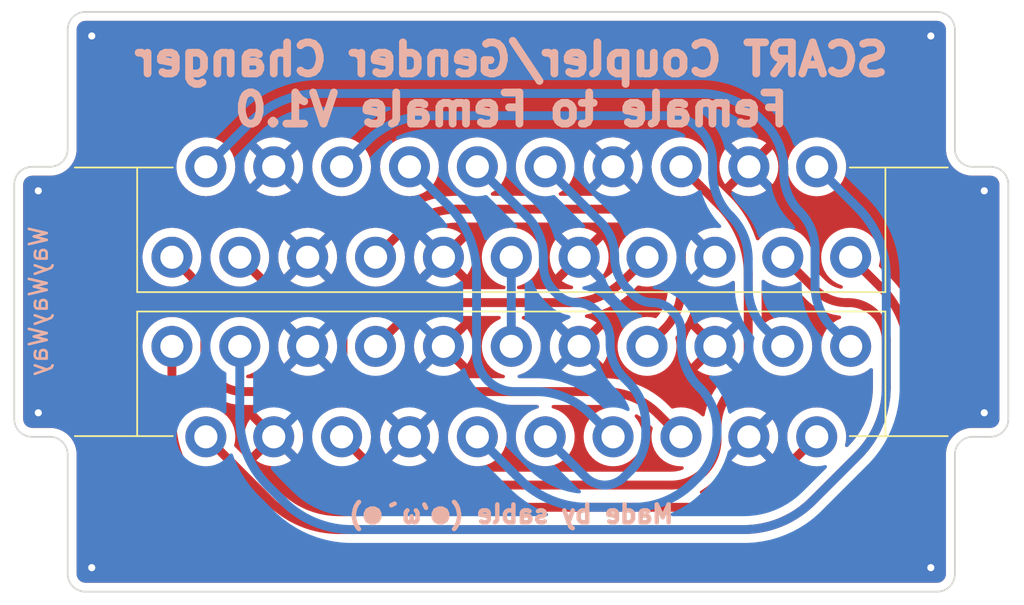
<source format=kicad_pcb>
(kicad_pcb (version 20221018) (generator pcbnew)
  (layers (0 "F.Cu" signal) (31 "B.Cu" signal) (34 "B.Paste" user) (35 "F.Paste" user) (36 "B.SilkS" user "B.Silkscreen") (37 "F.SilkS" user "F.Silkscreen") (38 "B.Mask" user) (39 "F.Mask" user) (44 "Edge.Cuts" user))
  (net 0 "")
  (net 1 "Right Out")
  (net 2 "Right In")
  (net 3 "Left Out")
  (net 4 "Left In")
  (net 5 "Blue")
  (net 6 "Status")
  (net 7 "Clock")
  (net 8 "Green")
  (net 9 "Data")
  (net 10 "Red")
  (net 11 "Blanking")
  (net 12 "Composite Out")
  (net 13 "Composite In")
  (net 14 "Shield")
  (net 15 "GND")
  (footprint "Connector_AV:KYCON_SCART_K-SCARTX-022_Horizontal" (layer "F.Cu") (at 111.45 64.16)
    (fp_text reference "J1" hide)
    (fp_text value "SCART-F")
    (fp_line (start -21 4.5) (end -21 -2.5) (stroke (width 0.1)) (layer "F.SilkS"))
    (fp_line (start -19 -2.5) (end -24.5 -2.5) (stroke (width 0.1)) (layer "F.SilkS"))
    (fp_line (start 19 -2.5) (end 24.5 -2.5) (stroke (width 0.1)) (layer "F.SilkS"))
    (fp_line (start 21 -2.5) (end 21 4.5) (stroke (width 0.1)) (layer "F.SilkS"))
    (fp_line (start 21 4.5) (end -21 4.5) (stroke (width 0.1)) (layer "F.SilkS"))
    (pad "1" thru_hole circle (at -19.05 2.54) (size 2.3 2.3) (drill 1.3) (layers "*.Cu" "*.Mask") (net 1 "Right Out"))
    (pad "2" thru_hole circle (at -17.145 -2.54) (size 2.3 2.3) (drill 1.3) (layers "*.Cu" "*.Mask") (net 2 "Right In"))
    (pad "3" thru_hole circle (at -15.24 2.54) (size 2.3 2.3) (drill 1.3) (layers "*.Cu" "*.Mask") (net 3 "Left Out"))
    (pad "4" thru_hole circle (at -13.335 -2.54) (size 2.3 2.3) (drill 1.3) (layers "*.Cu" "*.Mask") (net 15 "GND"))
    (pad "5" thru_hole circle (at -11.43 2.54) (size 2.3 2.3) (drill 1.3) (layers "*.Cu" "*.Mask") (net 15 "GND"))
    (pad "6" thru_hole circle (at -9.525 -2.54) (size 2.3 2.3) (drill 1.3) (layers "*.Cu" "*.Mask") (net 4 "Left In"))
    (pad "7" thru_hole circle (at -7.62 2.54) (size 2.3 2.3) (drill 1.3) (layers "*.Cu" "*.Mask") (net 5 "Blue"))
    (pad "8" thru_hole circle (at -5.715 -2.54) (size 2.3 2.3) (drill 1.3) (layers "*.Cu" "*.Mask") (net 6 "Status"))
    (pad "9" thru_hole circle (at -3.81 2.54) (size 2.3 2.3) (drill 1.3) (layers "*.Cu" "*.Mask") (net 15 "GND"))
    (pad "10" thru_hole circle (at -1.905 -2.54) (size 2.3 2.3) (drill 1.3) (layers "*.Cu" "*.Mask") (net 7 "Clock"))
    (pad "11" thru_hole circle (at 0 2.54) (size 2.3 2.3) (drill 1.3) (layers "*.Cu" "*.Mask") (net 8 "Green"))
    (pad "12" thru_hole circle (at 1.905 -2.54) (size 2.3 2.3) (drill 1.3) (layers "*.Cu" "*.Mask") (net 9 "Data"))
    (pad "13" thru_hole circle (at 3.81 2.54) (size 2.3 2.3) (drill 1.3) (layers "*.Cu" "*.Mask") (net 15 "GND"))
    (pad "14" thru_hole circle (at 5.715 -2.54) (size 2.3 2.3) (drill 1.3) (layers "*.Cu" "*.Mask") (net 15 "GND"))
    (pad "15" thru_hole circle (at 7.62 2.54) (size 2.3 2.3) (drill 1.3) (layers "*.Cu" "*.Mask") (net 10 "Red"))
    (pad "16" thru_hole circle (at 9.525 -2.54) (size 2.3 2.3) (drill 1.3) (layers "*.Cu" "*.Mask") (net 11 "Blanking"))
    (pad "17" thru_hole circle (at 11.43 2.54) (size 2.3 2.3) (drill 1.3) (layers "*.Cu" "*.Mask") (net 15 "GND"))
    (pad "18" thru_hole circle (at 13.335 -2.54) (size 2.3 2.3) (drill 1.3) (layers "*.Cu" "*.Mask") (net 15 "GND"))
    (pad "19" thru_hole circle (at 15.24 2.54) (size 2.3 2.3) (drill 1.3) (layers "*.Cu" "*.Mask") (net 12 "Composite Out"))
    (pad "20" thru_hole circle (at 17.145 -2.54) (size 2.3 2.3) (drill 1.3) (layers "*.Cu" "*.Mask") (net 13 "Composite In"))
    (pad "21" thru_hole circle (at 19.05 2.54) (size 2.3 2.3) (drill 1.3) (layers "*.Cu" "*.Mask") (net 14 "Shield"))
  )
  (footprint "Connector_AV:KYCON_SCART_K-SCARTX-022_Horizontal" (layer "F.Cu") (at 111.45 74.25 180)
    (fp_text reference "J2" hide)
    (fp_text value "SCART-F")
    (fp_line (start -21 4.5) (end -21 -2.5) (stroke (width 0.1)) (layer "F.SilkS"))
    (fp_line (start -19 -2.5) (end -24.5 -2.5) (stroke (width 0.1)) (layer "F.SilkS"))
    (fp_line (start 19 -2.5) (end 24.5 -2.5) (stroke (width 0.1)) (layer "F.SilkS"))
    (fp_line (start 21 -2.5) (end 21 4.5) (stroke (width 0.1)) (layer "F.SilkS"))
    (fp_line (start 21 4.5) (end -21 4.5) (stroke (width 0.1)) (layer "F.SilkS"))
    (pad "1" thru_hole circle (at -19.05 2.54 180) (size 2.3 2.3) (drill 1.3) (layers "*.Cu" "*.Mask") (net 2 "Right In"))
    (pad "2" thru_hole circle (at -17.145 -2.54 180) (size 2.3 2.3) (drill 1.3) (layers "*.Cu" "*.Mask") (net 1 "Right Out"))
    (pad "3" thru_hole circle (at -15.24 2.54 180) (size 2.3 2.3) (drill 1.3) (layers "*.Cu" "*.Mask") (net 4 "Left In"))
    (pad "4" thru_hole circle (at -13.335 -2.54 180) (size 2.3 2.3) (drill 1.3) (layers "*.Cu" "*.Mask") (net 15 "GND"))
    (pad "5" thru_hole circle (at -11.43 2.54 180) (size 2.3 2.3) (drill 1.3) (layers "*.Cu" "*.Mask") (net 15 "GND"))
    (pad "6" thru_hole circle (at -9.525 -2.54 180) (size 2.3 2.3) (drill 1.3) (layers "*.Cu" "*.Mask") (net 3 "Left Out"))
    (pad "7" thru_hole circle (at -7.62 2.54 180) (size 2.3 2.3) (drill 1.3) (layers "*.Cu" "*.Mask") (net 5 "Blue"))
    (pad "8" thru_hole circle (at -5.715 -2.54 180) (size 2.3 2.3) (drill 1.3) (layers "*.Cu" "*.Mask") (net 6 "Status"))
    (pad "9" thru_hole circle (at -3.81 2.54 180) (size 2.3 2.3) (drill 1.3) (layers "*.Cu" "*.Mask") (net 15 "GND"))
    (pad "10" thru_hole circle (at -1.905 -2.54 180) (size 2.3 2.3) (drill 1.3) (layers "*.Cu" "*.Mask") (net 7 "Clock"))
    (pad "11" thru_hole circle (at 0 2.54 180) (size 2.3 2.3) (drill 1.3) (layers "*.Cu" "*.Mask") (net 8 "Green"))
    (pad "12" thru_hole circle (at 1.905 -2.54 180) (size 2.3 2.3) (drill 1.3) (layers "*.Cu" "*.Mask") (net 9 "Data"))
    (pad "13" thru_hole circle (at 3.81 2.54 180) (size 2.3 2.3) (drill 1.3) (layers "*.Cu" "*.Mask") (net 15 "GND"))
    (pad "14" thru_hole circle (at 5.715 -2.54 180) (size 2.3 2.3) (drill 1.3) (layers "*.Cu" "*.Mask") (net 15 "GND"))
    (pad "15" thru_hole circle (at 7.62 2.54 180) (size 2.3 2.3) (drill 1.3) (layers "*.Cu" "*.Mask") (net 10 "Red"))
    (pad "16" thru_hole circle (at 9.525 -2.54 180) (size 2.3 2.3) (drill 1.3) (layers "*.Cu" "*.Mask") (net 11 "Blanking"))
    (pad "17" thru_hole circle (at 11.43 2.54 180) (size 2.3 2.3) (drill 1.3) (layers "*.Cu" "*.Mask") (net 15 "GND"))
    (pad "18" thru_hole circle (at 13.335 -2.54 180) (size 2.3 2.3) (drill 1.3) (layers "*.Cu" "*.Mask") (net 15 "GND"))
    (pad "19" thru_hole circle (at 15.24 2.54 180) (size 2.3 2.3) (drill 1.3) (layers "*.Cu" "*.Mask") (net 13 "Composite In"))
    (pad "20" thru_hole circle (at 17.145 -2.54 180) (size 2.3 2.3) (drill 1.3) (layers "*.Cu" "*.Mask") (net 12 "Composite Out"))
    (pad "21" thru_hole circle (at 19.05 2.54 180) (size 2.3 2.3) (drill 1.3) (layers "*.Cu" "*.Mask") (net 14 "Shield"))
  )
  (gr_line (start 139.35 75.79) (end 139.35 62.62) (stroke (width 0.1)) (layer "Edge.Cuts"))
  (gr_arc (start 138.35 61.62) (mid 139.057107 61.912893) (end 139.35 62.62) (stroke (width 0.1)) (layer "Edge.Cuts"))
  (gr_line (start 84.55 76.79) (end 85.55 76.79) (stroke (width 0.1)) (layer "Edge.Cuts"))
  (gr_line (start 87.550001 52.92) (end 135.350001 52.92) (stroke (width 0.1)) (layer "Edge.Cuts"))
  (gr_line (start 136.35 60.62) (end 136.35 53.92) (stroke (width 0.1)) (layer "Edge.Cuts"))
  (gr_arc (start 87.55 85.49) (mid 86.842893 85.197107) (end 86.55 84.49) (stroke (width 0.1)) (layer "Edge.Cuts"))
  (gr_line (start 138.35 76.79) (end 137.35 76.79) (stroke (width 0.1)) (layer "Edge.Cuts"))
  (gr_line (start 83.55 62.62) (end 83.55 75.79) (stroke (width 0.1)) (layer "Edge.Cuts"))
  (gr_arc (start 136.35 84.49) (mid 136.057107 85.197107) (end 135.35 85.49) (stroke (width 0.1)) (layer "Edge.Cuts"))
  (gr_line (start 86.55 77.79) (end 86.55 84.49) (stroke (width 0.1)) (layer "Edge.Cuts"))
  (gr_line (start 85.55 61.62) (end 84.55 61.62) (stroke (width 0.1)) (layer "Edge.Cuts"))
  (gr_line (start 136.35 84.49) (end 136.35 77.79) (stroke (width 0.1)) (layer "Edge.Cuts"))
  (gr_arc (start 84.55 76.79) (mid 83.842893 76.497107) (end 83.55 75.79) (stroke (width 0.1)) (layer "Edge.Cuts"))
  (gr_arc (start 86.55 60.62) (mid 86.257107 61.327107) (end 85.55 61.62) (stroke (width 0.1)) (layer "Edge.Cuts"))
  (gr_arc (start 136.35 77.79) (mid 136.642893 77.082893) (end 137.35 76.79) (stroke (width 0.1)) (layer "Edge.Cuts"))
  (gr_line (start 86.55 53.92) (end 86.55 60.62) (stroke (width 0.1)) (layer "Edge.Cuts"))
  (gr_arc (start 139.35 75.79) (mid 139.057107 76.497107) (end 138.35 76.79) (stroke (width 0.1)) (layer "Edge.Cuts"))
  (gr_line (start 137.35 61.62) (end 138.35 61.62) (stroke (width 0.1)) (layer "Edge.Cuts"))
  (gr_arc (start 86.55 53.92) (mid 86.842893 53.212893) (end 87.55 52.92) (stroke (width 0.1)) (layer "Edge.Cuts"))
  (gr_arc (start 135.35 52.92) (mid 136.057107 53.212893) (end 136.35 53.92) (stroke (width 0.1)) (layer "Edge.Cuts"))
  (gr_arc (start 85.55 76.79) (mid 86.257107 77.082893) (end 86.55 77.79) (stroke (width 0.1)) (layer "Edge.Cuts"))
  (gr_arc (start 137.35 61.62) (mid 136.642893 61.327107) (end 136.35 60.62) (stroke (width 0.1)) (layer "Edge.Cuts"))
  (gr_line (start 135.35 85.49) (end 87.55 85.49) (stroke (width 0.1)) (layer "Edge.Cuts"))
  (gr_arc (start 83.55 62.62) (mid 83.842893 61.912893) (end 84.55 61.62) (stroke (width 0.1)) (layer "Edge.Cuts"))
  (gr_text "Made by sable (●'ω｀●)" (at 111.45 81.14) (layer "B.SilkS") (effects (font (size 1 1) (thickness 0.25) bold) (justify mirror)))
  (gr_text "SCART Coupler/Gender Changer\nFemale to Female V1.0" (at 111.45 57) (layer "B.SilkS") (effects (font (size 1.75 1.75) (thickness 0.4375) bold) (justify mirror)))
  (gr_text "WayWayWay" (at 85.5 64.865714 90) (layer "B.SilkS") (effects (font (size 1 1)) (justify left bottom mirror)))
  (segment (start 97.866116 74.25) (end 96.383883 74.25) (width 0.5) (layer "F.Cu") (net 1))
  (segment (start 93.325 67.625) (end 92.4 66.7) (width 0.5) (layer "F.Cu") (net 1))
  (segment (start 100 76.383883) (end 100 76.618871) (width 0.5) (layer "F.Cu") (net 1))
  (segment (start 126.228792 79.156207) (end 128.595 76.79) (width 0.5) (layer "F.Cu") (net 1))
  (segment (start 101.506129 79.243871) (end 100.791161 78.528903) (width 0.5) (layer "F.Cu") (net 1))
  (segment (start 122.381036 80.75) (end 105.142246 80.75) (width 0.5) (layer "F.Cu") (net 1))
  (segment (start 94.25 69.858147) (end 94.25 72.116116) (width 0.5) (layer "F.Cu") (net 1))
  (arc (start 94.875 73.625) (mid 95.567281 74.087567) (end 96.383883 74.25) (width 0.5) (layer "F.Cu") (net 1))
  (arc (start 100 76.618871) (mid 100.205616 77.652572) (end 100.791161 78.528903) (width 0.5) (layer "F.Cu") (net 1))
  (arc (start 101.506129 79.243871) (mid 103.174393 80.358569) (end 105.142246 80.75) (width 0.5) (layer "F.Cu") (net 1))
  (arc (start 94.25 72.116116) (mid 94.412432 72.932718) (end 94.875 73.625) (width 0.5) (layer "F.Cu") (net 1))
  (arc (start 99.375 74.875) (mid 99.837567 75.567281) (end 100 76.383883) (width 0.5) (layer "F.Cu") (net 1))
  (arc (start 93.325 67.625) (mid 94.0096 68.649576) (end 94.25 69.858147) (width 0.5) (layer "F.Cu") (net 1))
  (arc (start 126.228792 79.156207) (mid 124.463426 80.335786) (end 122.381036 80.75) (width 0.5) (layer "F.Cu") (net 1))
  (arc (start 99.375 74.875) (mid 98.682718 74.412432) (end 97.866116 74.25) (width 0.5) (layer "F.Cu") (net 1))
  (segment (start 126.75 62.012563) (end 126.75 61.75) (width 0.5) (layer "B.Cu") (net 2))
  (segment (start 129.5 70.71) (end 130.5 71.71) (width 0.5) (layer "B.Cu") (net 2))
  (segment (start 96.831207 59.093792) (end 94.305 61.62) (width 0.5) (layer "B.Cu") (net 2))
  (segment (start 100.678963 57.5) (end 122.055456 57.5) (width 0.5) (layer "B.Cu") (net 2))
  (segment (start 128.5 66.237436) (end 128.5 68.295786) (width 0.5) (layer "B.Cu") (net 2))
  (segment (start 125.375 58.875) (end 125.689339 59.189339) (width 0.5) (layer "B.Cu") (net 2))
  (arc (start 128.5 68.295786) (mid 128.759891 69.602349) (end 129.5 70.71) (width 0.5) (layer "B.Cu") (net 2))
  (arc (start 125.375 58.875) (mid 123.85198 57.85735) (end 122.055456 57.5) (width 0.5) (layer "B.Cu") (net 2))
  (arc (start 127.625 64.125) (mid 128.272594 65.094194) (end 128.5 66.237436) (width 0.5) (layer "B.Cu") (net 2))
  (arc (start 125.689339 59.189339) (mid 126.474343 60.36418) (end 126.75 61.75) (width 0.5) (layer "B.Cu") (net 2))
  (arc (start 100.678963 57.5) (mid 98.596572 57.914213) (end 96.831207 59.093792) (width 0.5) (layer "B.Cu") (net 2))
  (arc (start 126.75 62.012563) (mid 126.977405 63.155805) (end 127.625 64.125) (width 0.5) (layer "B.Cu") (net 2))
  (segment (start 98.042893 68.542893) (end 96.213535 66.713535) (width 0.5) (layer "F.Cu") (net 3))
  (segment (start 99.75 69.25) (end 99.866116 69.25) (width 0.5) (layer "F.Cu") (net 3))
  (segment (start 96.21 66.705) (end 96.21 66.7) (width 0.5) (layer "F.Cu") (net 3))
  (segment (start 116.638948 74.25) (end 103.809533 74.25) (width 0.5) (layer "F.Cu") (net 3))
  (segment (start 119.705 75.52) (end 120.975 76.79) (width 0.5) (layer "F.Cu") (net 3))
  (segment (start 102 72.440466) (end 102 71.383883) (width 0.5) (layer "F.Cu") (net 3))
  (arc (start 98.042893 68.542893) (mid 98.82612 69.066228) (end 99.75 69.25) (width 0.5) (layer "F.Cu") (net 3))
  (arc (start 102.53 73.72) (mid 103.117054 74.112257) (end 103.809533 74.25) (width 0.5) (layer "F.Cu") (net 3))
  (arc (start 96.21 66.705) (mid 96.210918 66.709619) (end 96.213535 66.713535) (width 0.5) (layer "F.Cu") (net 3))
  (arc (start 102 72.440466) (mid 102.137742 73.132944) (end 102.53 73.72) (width 0.5) (layer "F.Cu") (net 3))
  (arc (start 101.375 69.875) (mid 100.682718 69.412432) (end 99.866116 69.25) (width 0.5) (layer "F.Cu") (net 3))
  (arc (start 119.705 75.52) (mid 118.298283 74.580062) (end 116.638948 74.25) (width 0.5) (layer "F.Cu") (net 3))
  (arc (start 101.375 69.875) (mid 101.837567 70.567281) (end 102 71.383883) (width 0.5) (layer "F.Cu") (net 3))
  (segment (start 103.36 60.185) (end 101.925 61.62) (width 0.5) (layer "B.Cu") (net 4))
  (segment (start 124.75 66.789213) (end 124.75 68.398212) (width 0.5) (layer "B.Cu") (net 4))
  (segment (start 125.72 70.74) (end 126.69 71.71) (width 0.5) (layer "B.Cu") (net 4))
  (segment (start 122.75 61.960786) (end 122.75 61.31066) (width 0.5) (layer "B.Cu") (net 4))
  (segment (start 106.824396 58.75) (end 120.189339 58.75) (width 0.5) (layer "B.Cu") (net 4))
  (arc (start 122 59.5) (mid 122.555081 60.330737) (end 122.75 61.31066) (width 0.5) (layer "B.Cu") (net 4))
  (arc (start 122.75 61.960786) (mid 123.009891 63.267349) (end 123.75 64.375) (width 0.5) (layer "B.Cu") (net 4))
  (arc (start 123.75 64.375) (mid 124.490108 65.48265) (end 124.75 66.789213) (width 0.5) (layer "B.Cu") (net 4))
  (arc (start 106.824396 58.75) (mid 104.949478 59.122944) (end 103.36 60.185) (width 0.5) (layer "B.Cu") (net 4))
  (arc (start 122 59.5) (mid 121.169261 58.944918) (end 120.189339 58.75) (width 0.5) (layer "B.Cu") (net 4))
  (arc (start 124.75 68.398212) (mid 125.002094 69.665578) (end 125.72 70.74) (width 0.5) (layer "B.Cu") (net 4))
  (segment (start 120.035 70.745) (end 119.07 71.71) (width 0.5) (layer "F.Cu") (net 5))
  (segment (start 105.18 65.35) (end 103.83 66.7) (width 0.5) (layer "F.Cu") (net 5))
  (segment (start 121 66.56066) (end 121 68.415283) (width 0.5) (layer "F.Cu") (net 5))
  (segment (start 118.439339 64) (end 108.439188 64) (width 0.5) (layer "F.Cu") (net 5))
  (arc (start 108.439188 64) (mid 106.675328 64.350853) (end 105.18 65.35) (width 0.5) (layer "F.Cu") (net 5))
  (arc (start 120.25 64.75) (mid 119.419261 64.194918) (end 118.439339 64) (width 0.5) (layer "F.Cu") (net 5))
  (arc (start 120.25 64.75) (mid 120.805081 65.580737) (end 121 66.56066) (width 0.5) (layer "F.Cu") (net 5))
  (arc (start 121 68.415283) (mid 120.749204 69.676116) (end 120.035 70.745) (width 0.5) (layer "F.Cu") (net 5))
  (segment (start 115.895 75.52) (end 117.165 76.79) (width 0.5) (layer "B.Cu") (net 6))
  (segment (start 109.5 72.116116) (end 109.5 67.638963) (width 0.5) (layer "B.Cu") (net 6))
  (segment (start 111.633883 74.25) (end 112.828948 74.25) (width 0.5) (layer "B.Cu") (net 6))
  (segment (start 107.906207 63.791207) (end 105.735 61.62) (width 0.5) (layer "B.Cu") (net 6))
  (arc (start 115.895 75.52) (mid 114.488283 74.580062) (end 112.828948 74.25) (width 0.5) (layer "B.Cu") (net 6))
  (arc (start 110.125 73.625) (mid 110.817281 74.087567) (end 111.633883 74.25) (width 0.5) (layer "B.Cu") (net 6))
  (arc (start 107.906207 63.791207) (mid 109.085786 65.556572) (end 109.5 67.638963) (width 0.5) (layer "B.Cu") (net 6))
  (arc (start 109.5 72.116116) (mid 109.662432 72.932718) (end 110.125 73.625) (width 0.5) (layer "B.Cu") (net 6))
  (segment (start 116.191941 69.691941) (end 116.375 69.875) (width 0.5) (layer "B.Cu") (net 7))
  (segment (start 118 73.701371) (end 117.778302 73.479673) (width 0.5) (layer "B.Cu") (net 7))
  (segment (start 118.16387 78.66387) (end 117.774188 79.053553) (width 0.5) (layer "B.Cu") (net 7))
  (segment (start 113.25 66.6625) (end 113.25 67.116116) (width 0.5) (layer "B.Cu") (net 7))
  (segment (start 114.058058 68.808058) (end 113.875 68.625) (width 0.5) (layer "B.Cu") (net 7))
  (segment (start 112.304244 64.379244) (end 109.545 61.62) (width 0.5) (layer "B.Cu") (net 7))
  (segment (start 115.618553 79.053553) (end 113.355 76.79) (width 0.5) (layer "B.Cu") (net 7))
  (segment (start 117 71.383883) (end 117 71.600685) (width 0.5) (layer "B.Cu") (net 7))
  (segment (start 119 76.645277) (end 119 76.115584) (width 0.5) (layer "B.Cu") (net 7))
  (arc (start 114.058058 68.808058) (mid 114.547575 69.135143) (end 115.125 69.25) (width 0.5) (layer "B.Cu") (net 7))
  (arc (start 112.304244 64.379244) (mid 113.004206 65.42681) (end 113.25 66.6625) (width 0.5) (layer "B.Cu") (net 7))
  (arc (start 115.618553 79.053553) (mid 116.11306 79.383972) (end 116.696371 79.5) (width 0.5) (layer "B.Cu") (net 7))
  (arc (start 119 76.645277) (mid 118.782696 77.737731) (end 118.16387 78.66387) (width 0.5) (layer "B.Cu") (net 7))
  (arc (start 116.375 69.875) (mid 116.837567 70.567281) (end 117 71.383883) (width 0.5) (layer "B.Cu") (net 7))
  (arc (start 118 73.701371) (mid 118.740108 74.809021) (end 119 76.115584) (width 0.5) (layer "B.Cu") (net 7))
  (arc (start 117 71.600685) (mid 117.202274 72.617586) (end 117.778302 73.479673) (width 0.5) (layer "B.Cu") (net 7))
  (arc (start 113.25 67.116116) (mid 113.412432 67.932718) (end 113.875 68.625) (width 0.5) (layer "B.Cu") (net 7))
  (arc (start 117.774188 79.053553) (mid 117.279681 79.383972) (end 116.696371 79.5) (width 0.5) (layer "B.Cu") (net 7))
  (arc (start 116.191941 69.691941) (mid 115.702424 69.364856) (end 115.125 69.25) (width 0.5) (layer "B.Cu") (net 7))
  (segment (start 111.45 66.7) (end 111.45 71.71) (width 0.5) (layer "B.Cu") (net 8))
  (segment (start 116.459808 64.724808) (end 113.355 61.62) (width 0.5) (layer "B.Cu") (net 9))
  (segment (start 120.5 69.75) (end 120.441941 69.691941) (width 0.5) (layer "B.Cu") (net 9))
  (segment (start 115.758963 80.75) (end 118.305456 80.75) (width 0.5) (layer "B.Cu") (net 9))
  (segment (start 121.624999 79.374999) (end 121.939339 79.06066) (width 0.5) (layer "B.Cu") (net 9))
  (segment (start 117.25 66.6325) (end 117.25 66.689339) (width 0.5) (layer "B.Cu") (net 9))
  (segment (start 121.972271 73.972271) (end 122 74) (width 0.5) (layer "B.Cu") (net 9))
  (segment (start 111.911207 79.156207) (end 109.545 76.79) (width 0.5) (layer "B.Cu") (net 9))
  (segment (start 121 70.957106) (end 121 71.625) (width 0.5) (layer "B.Cu") (net 9))
  (segment (start 123 76.414213) (end 123 76.5) (width 0.5) (layer "B.Cu") (net 9))
  (segment (start 118 68.5) (end 118.308058 68.808058) (width 0.5) (layer "B.Cu") (net 9))
  (arc (start 121 71.625) (mid 121.252685 72.895334) (end 121.972271 73.972271) (width 0.5) (layer "B.Cu") (net 9))
  (arc (start 120.441941 69.691941) (mid 119.952424 69.364856) (end 119.375 69.25) (width 0.5) (layer "B.Cu") (net 9))
  (arc (start 117.25 66.689339) (mid 117.444918 67.669261) (end 118 68.5) (width 0.5) (layer "B.Cu") (net 9))
  (arc (start 120.5 69.75) (mid 120.870054 70.303825) (end 121 70.957106) (width 0.5) (layer "B.Cu") (net 9))
  (arc (start 118.308058 68.808058) (mid 118.797575 69.135143) (end 119.375 69.25) (width 0.5) (layer "B.Cu") (net 9))
  (arc (start 123 76.5) (mid 122.724343 77.885819) (end 121.939339 79.06066) (width 0.5) (layer "B.Cu") (net 9))
  (arc (start 111.911207 79.156207) (mid 113.676572 80.335786) (end 115.758963 80.75) (width 0.5) (layer "B.Cu") (net 9))
  (arc (start 116.459808 64.724808) (mid 117.044635 65.600064) (end 117.25 66.6325) (width 0.5) (layer "B.Cu") (net 9))
  (arc (start 121.624999 79.374999) (mid 120.10198 80.392648) (end 118.305456 80.75) (width 0.5) (layer "B.Cu") (net 9))
  (arc (start 122 74) (mid 122.740108 75.10765) (end 123 76.414213) (width 0.5) (layer "B.Cu") (net 9))
  (segment (start 117.795 67.975) (end 119.07 66.7) (width 0.5) (layer "F.Cu") (net 10))
  (segment (start 105.06 70.48) (end 103.83 71.71) (width 0.5) (layer "F.Cu") (net 10))
  (segment (start 108.029482 69.25) (end 114.716877 69.25) (width 0.5) (layer "F.Cu") (net 10))
  (arc (start 117.795 67.975) (mid 116.382745 68.918638) (end 114.716877 69.25) (width 0.5) (layer "F.Cu") (net 10))
  (arc (start 108.029482 69.25) (mid 106.42241 69.569666) (end 105.06 70.48) (width 0.5) (layer "F.Cu") (net 10))
  (segment (start 124.75 72.012563) (end 124.75 67.648963) (width 0.5) (layer "F.Cu") (net 11))
  (segment (start 103.28 78.145) (end 101.925 76.79) (width 0.5) (layer "F.Cu") (net 11))
  (segment (start 123.156207 63.801207) (end 120.975 61.62) (width 0.5) (layer "F.Cu") (net 11))
  (segment (start 123 76.237436) (end 123 76.939339) (width 0.5) (layer "F.Cu") (net 11))
  (segment (start 120.439339 79.5) (end 106.551259 79.5) (width 0.5) (layer "F.Cu") (net 11))
  (arc (start 124.75 72.012563) (mid 124.522594 73.155805) (end 123.875 74.125) (width 0.5) (layer "F.Cu") (net 11))
  (arc (start 123.875 74.125) (mid 123.227405 75.094194) (end 123 76.237436) (width 0.5) (layer "F.Cu") (net 11))
  (arc (start 123 76.939339) (mid 122.805081 77.919261) (end 122.25 78.75) (width 0.5) (layer "F.Cu") (net 11))
  (arc (start 103.28 78.145) (mid 104.780866 79.147846) (end 106.551259 79.5) (width 0.5) (layer "F.Cu") (net 11))
  (arc (start 122.25 78.75) (mid 121.419261 79.305081) (end 120.439339 79.5) (width 0.5) (layer "F.Cu") (net 11))
  (arc (start 123.156207 63.801207) (mid 124.335786 65.566572) (end 124.75 67.648963) (width 0.5) (layer "F.Cu") (net 11))
  (segment (start 101.768963 82) (end 124.496036 82) (width 0.5) (layer "F.Cu") (net 12))
  (segment (start 97.921207 80.406207) (end 94.305 76.79) (width 0.5) (layer "F.Cu") (net 12))
  (segment (start 126.695 66.7) (end 126.69 66.7) (width 0.5) (layer "F.Cu") (net 12))
  (segment (start 130.906207 77.843792) (end 128.343792 80.406207) (width 0.5) (layer "F.Cu") (net 12))
  (segment (start 132.5 73.996036) (end 132.5 71.383883) (width 0.5) (layer "F.Cu") (net 12))
  (segment (start 130.25 69.25) (end 130.366116 69.25) (width 0.5) (layer "F.Cu") (net 12))
  (segment (start 126.703535 66.703535) (end 128.542893 68.542893) (width 0.5) (layer "F.Cu") (net 12))
  (arc (start 131.875 69.875) (mid 131.182718 69.412432) (end 130.366116 69.25) (width 0.5) (layer "F.Cu") (net 12))
  (arc (start 126.703535 66.703535) (mid 126.699619 66.700918) (end 126.695 66.7) (width 0.5) (layer "F.Cu") (net 12))
  (arc (start 131.875 69.875) (mid 132.337567 70.567281) (end 132.5 71.383883) (width 0.5) (layer "F.Cu") (net 12))
  (arc (start 128.542893 68.542893) (mid 129.32612 69.066228) (end 130.25 69.25) (width 0.5) (layer "F.Cu") (net 12))
  (arc (start 97.921207 80.406207) (mid 99.686572 81.585786) (end 101.768963 82) (width 0.5) (layer "F.Cu") (net 12))
  (arc (start 132.5 73.996036) (mid 132.085786 76.078426) (end 130.906207 77.843792) (width 0.5) (layer "F.Cu") (net 12))
  (arc (start 128.343792 80.406207) (mid 126.578426 81.585786) (end 124.496036 82) (width 0.5) (layer "F.Cu") (net 12))
  (segment (start 130.906207 63.931207) (end 128.595 61.62) (width 0.5) (layer "B.Cu") (net 13))
  (segment (start 102.503963 82) (end 124.496036 82) (width 0.5) (layer "B.Cu") (net 13))
  (segment (start 98.656207 80.406207) (end 97.803792 79.553792) (width 0.5) (layer "B.Cu") (net 13))
  (segment (start 132.5 67.778963) (end 132.5 73.996036) (width 0.5) (layer "B.Cu") (net 13))
  (segment (start 96.21 75.706036) (end 96.21 71.71) (width 0.5) (layer "B.Cu") (net 13))
  (segment (start 130.906207 77.843792) (end 128.343792 80.406207) (width 0.5) (layer "B.Cu") (net 13))
  (arc (start 96.21 75.706036) (mid 96.624213 77.788426) (end 97.803792 79.553792) (width 0.5) (layer "B.Cu") (net 13))
  (arc (start 132.5 73.996036) (mid 132.085786 76.078426) (end 130.906207 77.843792) (width 0.5) (layer "B.Cu") (net 13))
  (arc (start 130.906207 63.931207) (mid 132.085786 65.696572) (end 132.5 67.778963) (width 0.5) (layer "B.Cu") (net 13))
  (arc (start 128.343792 80.406207) (mid 126.578426 81.585786) (end 124.496036 82) (width 0.5) (layer "B.Cu") (net 13))
  (arc (start 98.656207 80.406207) (mid 100.421572 81.585786) (end 102.503963 82) (width 0.5) (layer "B.Cu") (net 13))
  (segment (start 92.4 75.896036) (end 92.4 71.71) (width 0.5) (layer "F.Cu") (net 14))
  (segment (start 132.156207 78.343792) (end 128.843792 81.656207) (width 0.5) (layer "F.Cu") (net 14))
  (segment (start 132.156207 68.356207) (end 130.5 66.7) (width 0.5) (layer "F.Cu") (net 14))
  (segment (start 95.906207 81.656207) (end 93.993792 79.743792) (width 0.5) (layer "F.Cu") (net 14))
  (segment (start 133.75 74.496036) (end 133.75 72.203963) (width 0.5) (layer "F.Cu") (net 14))
  (segment (start 124.996036 83.25) (end 99.753963 83.25) (width 0.5) (layer "F.Cu") (net 14))
  (arc (start 128.843792 81.656207) (mid 127.078426 82.835786) (end 124.996036 83.25) (width 0.5) (layer "F.Cu") (net 14))
  (arc (start 132.156207 68.356207) (mid 133.335786 70.121572) (end 133.75 72.203963) (width 0.5) (layer "F.Cu") (net 14))
  (arc (start 92.4 75.896036) (mid 92.814213 77.978426) (end 93.993792 79.743792) (width 0.5) (layer "F.Cu") (net 14))
  (arc (start 133.75 74.496036) (mid 133.335786 76.578426) (end 132.156207 78.343792) (width 0.5) (layer "F.Cu") (net 14))
  (arc (start 95.906207 81.656207) (mid 97.671572 82.835786) (end 99.753963 83.25) (width 0.5) (layer "F.Cu") (net 14))
  (via (at 134.999999 84.139999) (size 0.8) (drill 0.4) (layers "F.Cu" "B.Cu") (net 15))
  (via (at 87.900001 54.27) (size 0.8) (drill 0.4) (layers "F.Cu" "B.Cu") (net 15))
  (via (at 84.9 62.97) (size 0.8) (drill 0.4) (layers "F.Cu" "B.Cu") (net 15))
  (via (at 135 54.27) (size 0.8) (drill 0.4) (layers "F.Cu" "B.Cu") (net 15))
  (via (at 84.9 75.439999) (size 0.8) (drill 0.4) (layers "F.Cu" "B.Cu") (net 15))
  (via (at 87.9 84.139999) (size 0.8) (drill 0.4) (layers "F.Cu" "B.Cu") (net 15))
  (via (at 137.999999 75.439999) (size 0.8) (drill 0.4) (layers "F.Cu" "B.Cu") (net 15))
  (via (at 137.999999 62.97) (size 0.8) (drill 0.4) (layers "F.Cu" "B.Cu") (net 15))
  (zone (net 15) (net_name "GND") (layers "F&B.Cu") (connect_pads (clearance 0.5)) (min_thickness 0.2) (fill yes (thermal_gap 0.5) (thermal_bridge_width 0.5))
    (polygon (pts (xy 82.75 52.25) (xy 82.75 86.25) (xy 140.25 86.25) (xy 140.25 52.25)))
  )
)
</source>
